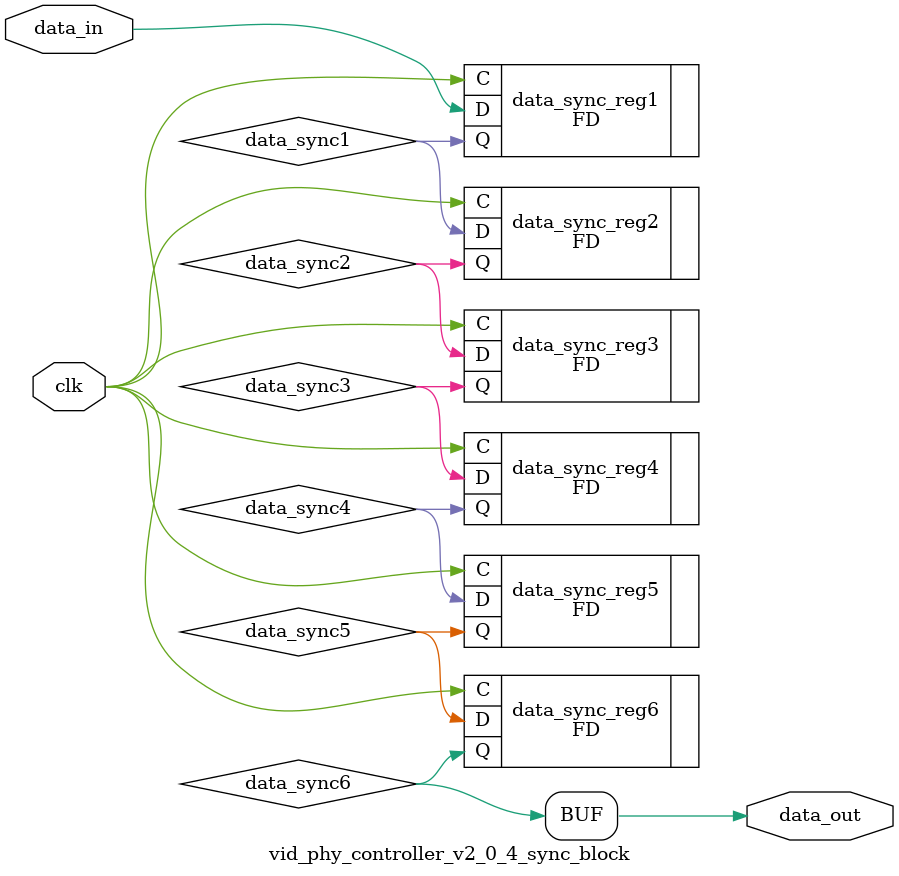
<source format=v>




`timescale 1ps / 1ps

//(* dont_touch = "yes" *)
module vid_phy_controller_v2_0_4_sync_block
  #(
  parameter INITIALISE = 6'b000000
)
(
  input        clk,              // clock to be sync'ed to
  input        data_in,          // Data to be 'synced'
  output       data_out          // synced data
);

  // Internal Signals
  wire data_sync1;
  wire data_sync2;
  wire data_sync3;
  wire data_sync4;
  wire data_sync5;
  wire data_sync6;


  (* shreg_extract = "no", ASYNC_REG = "TRUE" *)
  FD #(
    .INIT (INITIALISE[0])
  ) data_sync_reg1 (
    .C  (clk),
    .D  (data_in),
    .Q  (data_sync1)
  );


  (* shreg_extract = "no", ASYNC_REG = "TRUE" *)
  FD #(
   .INIT (INITIALISE[1])
  ) data_sync_reg2 (
  .C  (clk),
  .D  (data_sync1),
  .Q  (data_sync2)
  );


  (* shreg_extract = "no", ASYNC_REG = "TRUE" *)
  FD #(
   .INIT (INITIALISE[2])
  ) data_sync_reg3 (
  .C  (clk),
  .D  (data_sync2),
  .Q  (data_sync3)
  );

  (* shreg_extract = "no", ASYNC_REG = "TRUE" *)
  FD #(
   .INIT (INITIALISE[3])
  ) data_sync_reg4 (
  .C  (clk),
  .D  (data_sync3),
  .Q  (data_sync4)
  );

  (* shreg_extract = "no", ASYNC_REG = "TRUE" *)
  FD #(
   .INIT (INITIALISE[4])
  ) data_sync_reg5 (
  .C  (clk),
  .D  (data_sync4),
  .Q  (data_sync5)
  );

  (* shreg_extract = "no", ASYNC_REG = "TRUE" *)
  FD #(
   .INIT (INITIALISE[5])
  ) data_sync_reg6 (
  .C  (clk),
  .D  (data_sync5),
  .Q  (data_sync6)
  );
  assign data_out = data_sync6;



endmodule

</source>
